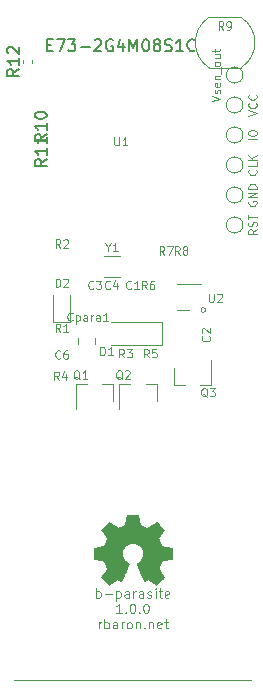
<source format=gbr>
G04 #@! TF.GenerationSoftware,KiCad,Pcbnew,(5.1.10)-1*
G04 #@! TF.CreationDate,2021-05-26T14:01:48+03:00*
G04 #@! TF.ProjectId,parasite,70617261-7369-4746-952e-6b696361645f,1.0.0*
G04 #@! TF.SameCoordinates,Original*
G04 #@! TF.FileFunction,Legend,Top*
G04 #@! TF.FilePolarity,Positive*
%FSLAX46Y46*%
G04 Gerber Fmt 4.6, Leading zero omitted, Abs format (unit mm)*
G04 Created by KiCad (PCBNEW (5.1.10)-1) date 2021-05-26 14:01:48*
%MOMM*%
%LPD*%
G01*
G04 APERTURE LIST*
%ADD10C,0.120000*%
%ADD11C,0.100000*%
%ADD12C,0.010000*%
%ADD13C,0.150000*%
G04 APERTURE END LIST*
D10*
X74200000Y-51700000D02*
G75*
G03*
X74200000Y-51700000I-200000J0D01*
G01*
D11*
X64914285Y-76061904D02*
X64914285Y-75261904D01*
X64914285Y-75566666D02*
X64990476Y-75528571D01*
X65142857Y-75528571D01*
X65219047Y-75566666D01*
X65257142Y-75604761D01*
X65295238Y-75680952D01*
X65295238Y-75909523D01*
X65257142Y-75985714D01*
X65219047Y-76023809D01*
X65142857Y-76061904D01*
X64990476Y-76061904D01*
X64914285Y-76023809D01*
X65638095Y-75757142D02*
X66247619Y-75757142D01*
X66628571Y-75528571D02*
X66628571Y-76328571D01*
X66628571Y-75566666D02*
X66704761Y-75528571D01*
X66857142Y-75528571D01*
X66933333Y-75566666D01*
X66971428Y-75604761D01*
X67009523Y-75680952D01*
X67009523Y-75909523D01*
X66971428Y-75985714D01*
X66933333Y-76023809D01*
X66857142Y-76061904D01*
X66704761Y-76061904D01*
X66628571Y-76023809D01*
X67695238Y-76061904D02*
X67695238Y-75642857D01*
X67657142Y-75566666D01*
X67580952Y-75528571D01*
X67428571Y-75528571D01*
X67352380Y-75566666D01*
X67695238Y-76023809D02*
X67619047Y-76061904D01*
X67428571Y-76061904D01*
X67352380Y-76023809D01*
X67314285Y-75947619D01*
X67314285Y-75871428D01*
X67352380Y-75795238D01*
X67428571Y-75757142D01*
X67619047Y-75757142D01*
X67695238Y-75719047D01*
X68076190Y-76061904D02*
X68076190Y-75528571D01*
X68076190Y-75680952D02*
X68114285Y-75604761D01*
X68152380Y-75566666D01*
X68228571Y-75528571D01*
X68304761Y-75528571D01*
X68914285Y-76061904D02*
X68914285Y-75642857D01*
X68876190Y-75566666D01*
X68800000Y-75528571D01*
X68647619Y-75528571D01*
X68571428Y-75566666D01*
X68914285Y-76023809D02*
X68838095Y-76061904D01*
X68647619Y-76061904D01*
X68571428Y-76023809D01*
X68533333Y-75947619D01*
X68533333Y-75871428D01*
X68571428Y-75795238D01*
X68647619Y-75757142D01*
X68838095Y-75757142D01*
X68914285Y-75719047D01*
X69257142Y-76023809D02*
X69333333Y-76061904D01*
X69485714Y-76061904D01*
X69561904Y-76023809D01*
X69600000Y-75947619D01*
X69600000Y-75909523D01*
X69561904Y-75833333D01*
X69485714Y-75795238D01*
X69371428Y-75795238D01*
X69295238Y-75757142D01*
X69257142Y-75680952D01*
X69257142Y-75642857D01*
X69295238Y-75566666D01*
X69371428Y-75528571D01*
X69485714Y-75528571D01*
X69561904Y-75566666D01*
X69942857Y-76061904D02*
X69942857Y-75528571D01*
X69942857Y-75261904D02*
X69904761Y-75300000D01*
X69942857Y-75338095D01*
X69980952Y-75300000D01*
X69942857Y-75261904D01*
X69942857Y-75338095D01*
X70209523Y-75528571D02*
X70514285Y-75528571D01*
X70323809Y-75261904D02*
X70323809Y-75947619D01*
X70361904Y-76023809D01*
X70438095Y-76061904D01*
X70514285Y-76061904D01*
X71085714Y-76023809D02*
X71009523Y-76061904D01*
X70857142Y-76061904D01*
X70780952Y-76023809D01*
X70742857Y-75947619D01*
X70742857Y-75642857D01*
X70780952Y-75566666D01*
X70857142Y-75528571D01*
X71009523Y-75528571D01*
X71085714Y-75566666D01*
X71123809Y-75642857D01*
X71123809Y-75719047D01*
X70742857Y-75795238D01*
X67085714Y-77361904D02*
X66628571Y-77361904D01*
X66857142Y-77361904D02*
X66857142Y-76561904D01*
X66780952Y-76676190D01*
X66704761Y-76752380D01*
X66628571Y-76790476D01*
X67428571Y-77285714D02*
X67466666Y-77323809D01*
X67428571Y-77361904D01*
X67390476Y-77323809D01*
X67428571Y-77285714D01*
X67428571Y-77361904D01*
X67961904Y-76561904D02*
X68038095Y-76561904D01*
X68114285Y-76600000D01*
X68152380Y-76638095D01*
X68190476Y-76714285D01*
X68228571Y-76866666D01*
X68228571Y-77057142D01*
X68190476Y-77209523D01*
X68152380Y-77285714D01*
X68114285Y-77323809D01*
X68038095Y-77361904D01*
X67961904Y-77361904D01*
X67885714Y-77323809D01*
X67847619Y-77285714D01*
X67809523Y-77209523D01*
X67771428Y-77057142D01*
X67771428Y-76866666D01*
X67809523Y-76714285D01*
X67847619Y-76638095D01*
X67885714Y-76600000D01*
X67961904Y-76561904D01*
X68571428Y-77285714D02*
X68609523Y-77323809D01*
X68571428Y-77361904D01*
X68533333Y-77323809D01*
X68571428Y-77285714D01*
X68571428Y-77361904D01*
X69104761Y-76561904D02*
X69180952Y-76561904D01*
X69257142Y-76600000D01*
X69295238Y-76638095D01*
X69333333Y-76714285D01*
X69371428Y-76866666D01*
X69371428Y-77057142D01*
X69333333Y-77209523D01*
X69295238Y-77285714D01*
X69257142Y-77323809D01*
X69180952Y-77361904D01*
X69104761Y-77361904D01*
X69028571Y-77323809D01*
X68990476Y-77285714D01*
X68952380Y-77209523D01*
X68914285Y-77057142D01*
X68914285Y-76866666D01*
X68952380Y-76714285D01*
X68990476Y-76638095D01*
X69028571Y-76600000D01*
X69104761Y-76561904D01*
X65123809Y-78661904D02*
X65123809Y-78128571D01*
X65123809Y-78280952D02*
X65161904Y-78204761D01*
X65200000Y-78166666D01*
X65276190Y-78128571D01*
X65352380Y-78128571D01*
X65619047Y-78661904D02*
X65619047Y-77861904D01*
X65619047Y-78166666D02*
X65695238Y-78128571D01*
X65847619Y-78128571D01*
X65923809Y-78166666D01*
X65961904Y-78204761D01*
X66000000Y-78280952D01*
X66000000Y-78509523D01*
X65961904Y-78585714D01*
X65923809Y-78623809D01*
X65847619Y-78661904D01*
X65695238Y-78661904D01*
X65619047Y-78623809D01*
X66685714Y-78661904D02*
X66685714Y-78242857D01*
X66647619Y-78166666D01*
X66571428Y-78128571D01*
X66419047Y-78128571D01*
X66342857Y-78166666D01*
X66685714Y-78623809D02*
X66609523Y-78661904D01*
X66419047Y-78661904D01*
X66342857Y-78623809D01*
X66304761Y-78547619D01*
X66304761Y-78471428D01*
X66342857Y-78395238D01*
X66419047Y-78357142D01*
X66609523Y-78357142D01*
X66685714Y-78319047D01*
X67066666Y-78661904D02*
X67066666Y-78128571D01*
X67066666Y-78280952D02*
X67104761Y-78204761D01*
X67142857Y-78166666D01*
X67219047Y-78128571D01*
X67295238Y-78128571D01*
X67676190Y-78661904D02*
X67600000Y-78623809D01*
X67561904Y-78585714D01*
X67523809Y-78509523D01*
X67523809Y-78280952D01*
X67561904Y-78204761D01*
X67600000Y-78166666D01*
X67676190Y-78128571D01*
X67790476Y-78128571D01*
X67866666Y-78166666D01*
X67904761Y-78204761D01*
X67942857Y-78280952D01*
X67942857Y-78509523D01*
X67904761Y-78585714D01*
X67866666Y-78623809D01*
X67790476Y-78661904D01*
X67676190Y-78661904D01*
X68285714Y-78128571D02*
X68285714Y-78661904D01*
X68285714Y-78204761D02*
X68323809Y-78166666D01*
X68400000Y-78128571D01*
X68514285Y-78128571D01*
X68590476Y-78166666D01*
X68628571Y-78242857D01*
X68628571Y-78661904D01*
X69009523Y-78585714D02*
X69047619Y-78623809D01*
X69009523Y-78661904D01*
X68971428Y-78623809D01*
X69009523Y-78585714D01*
X69009523Y-78661904D01*
X69390476Y-78128571D02*
X69390476Y-78661904D01*
X69390476Y-78204761D02*
X69428571Y-78166666D01*
X69504761Y-78128571D01*
X69619047Y-78128571D01*
X69695238Y-78166666D01*
X69733333Y-78242857D01*
X69733333Y-78661904D01*
X70419047Y-78623809D02*
X70342857Y-78661904D01*
X70190476Y-78661904D01*
X70114285Y-78623809D01*
X70076190Y-78547619D01*
X70076190Y-78242857D01*
X70114285Y-78166666D01*
X70190476Y-78128571D01*
X70342857Y-78128571D01*
X70419047Y-78166666D01*
X70457142Y-78242857D01*
X70457142Y-78319047D01*
X70076190Y-78395238D01*
X70685714Y-78128571D02*
X70990476Y-78128571D01*
X70800000Y-77861904D02*
X70800000Y-78547619D01*
X70838095Y-78623809D01*
X70914285Y-78661904D01*
X70990476Y-78661904D01*
D10*
X58000000Y-83000000D02*
X78000000Y-83000000D01*
X77150000Y-31200000D02*
X74500000Y-31200000D01*
X77150000Y-26900000D02*
X74500000Y-26900000D01*
X74471973Y-26917856D02*
G75*
G03*
X74500000Y-31200000I1378027J-2132144D01*
G01*
X77175476Y-31184388D02*
G75*
G03*
X77150000Y-26900000I-1325476J2134388D01*
G01*
X58720000Y-30813641D02*
X58720000Y-30506359D01*
X59480000Y-30813641D02*
X59480000Y-30506359D01*
D12*
G36*
X68555814Y-69468931D02*
G01*
X68639635Y-69913555D01*
X68948920Y-70041053D01*
X69258206Y-70168551D01*
X69629246Y-69916246D01*
X69733157Y-69845996D01*
X69827087Y-69783272D01*
X69906652Y-69730938D01*
X69967470Y-69691857D01*
X70005157Y-69668893D01*
X70015421Y-69663942D01*
X70033910Y-69676676D01*
X70073420Y-69711882D01*
X70129522Y-69765062D01*
X70197787Y-69831718D01*
X70273786Y-69907354D01*
X70353092Y-69987472D01*
X70431275Y-70067574D01*
X70503907Y-70143164D01*
X70566559Y-70209745D01*
X70614803Y-70262818D01*
X70644210Y-70297887D01*
X70651241Y-70309623D01*
X70641123Y-70331260D01*
X70612759Y-70378662D01*
X70569129Y-70447193D01*
X70513218Y-70532215D01*
X70448006Y-70629093D01*
X70410219Y-70684350D01*
X70341343Y-70785248D01*
X70280140Y-70876299D01*
X70229578Y-70952970D01*
X70192628Y-71010728D01*
X70172258Y-71045043D01*
X70169197Y-71052254D01*
X70176136Y-71072748D01*
X70195051Y-71120513D01*
X70223087Y-71188832D01*
X70257391Y-71270989D01*
X70295109Y-71360270D01*
X70333387Y-71449958D01*
X70369370Y-71533338D01*
X70400206Y-71603694D01*
X70423039Y-71654310D01*
X70435017Y-71678471D01*
X70435724Y-71679422D01*
X70454531Y-71684036D01*
X70504618Y-71694328D01*
X70580793Y-71709287D01*
X70677865Y-71727901D01*
X70790643Y-71749159D01*
X70856442Y-71761418D01*
X70976950Y-71784362D01*
X71085797Y-71806195D01*
X71177476Y-71825722D01*
X71246481Y-71841748D01*
X71287304Y-71853079D01*
X71295511Y-71856674D01*
X71303548Y-71881006D01*
X71310033Y-71935959D01*
X71314970Y-72015108D01*
X71318364Y-72112026D01*
X71320218Y-72220287D01*
X71320538Y-72333465D01*
X71319327Y-72445135D01*
X71316590Y-72548868D01*
X71312331Y-72638241D01*
X71306555Y-72706826D01*
X71299267Y-72748197D01*
X71294895Y-72756810D01*
X71268764Y-72767133D01*
X71213393Y-72781892D01*
X71136107Y-72799352D01*
X71044230Y-72817780D01*
X71012158Y-72823741D01*
X70857524Y-72852066D01*
X70735375Y-72874876D01*
X70641673Y-72893080D01*
X70572384Y-72907583D01*
X70523471Y-72919292D01*
X70490897Y-72929115D01*
X70470628Y-72937956D01*
X70458626Y-72946724D01*
X70456947Y-72948457D01*
X70440184Y-72976371D01*
X70414614Y-73030695D01*
X70382788Y-73104777D01*
X70347260Y-73191965D01*
X70310583Y-73285608D01*
X70275311Y-73379052D01*
X70243996Y-73465647D01*
X70219193Y-73538740D01*
X70203454Y-73591678D01*
X70199332Y-73617811D01*
X70199676Y-73618726D01*
X70213641Y-73640086D01*
X70245322Y-73687084D01*
X70291391Y-73754827D01*
X70348518Y-73838423D01*
X70413373Y-73932982D01*
X70431843Y-73959854D01*
X70497699Y-74057275D01*
X70555650Y-74146163D01*
X70602538Y-74221412D01*
X70635207Y-74277920D01*
X70650500Y-74310581D01*
X70651241Y-74314593D01*
X70638392Y-74335684D01*
X70602888Y-74377464D01*
X70549293Y-74435445D01*
X70482171Y-74505135D01*
X70406087Y-74582045D01*
X70325604Y-74661683D01*
X70245287Y-74739561D01*
X70169699Y-74811186D01*
X70103405Y-74872070D01*
X70050969Y-74917721D01*
X70016955Y-74943650D01*
X70007545Y-74947883D01*
X69985643Y-74937912D01*
X69940800Y-74911020D01*
X69880321Y-74871736D01*
X69833789Y-74840117D01*
X69749475Y-74782098D01*
X69649626Y-74713784D01*
X69549473Y-74645579D01*
X69495627Y-74609075D01*
X69313371Y-74485800D01*
X69160381Y-74568520D01*
X69090682Y-74604759D01*
X69031414Y-74632926D01*
X68991311Y-74648991D01*
X68981103Y-74651226D01*
X68968829Y-74634722D01*
X68944613Y-74588082D01*
X68910263Y-74515609D01*
X68867588Y-74421606D01*
X68818394Y-74310374D01*
X68764490Y-74186215D01*
X68707684Y-74053432D01*
X68649782Y-73916327D01*
X68592593Y-73779202D01*
X68537924Y-73646358D01*
X68487584Y-73522098D01*
X68443380Y-73410725D01*
X68407119Y-73316539D01*
X68380609Y-73243844D01*
X68365658Y-73196941D01*
X68363254Y-73180833D01*
X68382311Y-73160286D01*
X68424036Y-73126933D01*
X68479706Y-73087702D01*
X68484378Y-73084599D01*
X68628264Y-72969423D01*
X68744283Y-72835053D01*
X68831430Y-72685784D01*
X68888699Y-72525913D01*
X68915086Y-72359737D01*
X68909585Y-72191552D01*
X68871190Y-72025655D01*
X68798895Y-71866342D01*
X68777626Y-71831487D01*
X68666996Y-71690737D01*
X68536302Y-71577714D01*
X68390064Y-71493003D01*
X68232808Y-71437194D01*
X68069057Y-71410874D01*
X67903333Y-71414630D01*
X67740162Y-71449050D01*
X67584065Y-71514723D01*
X67439567Y-71612235D01*
X67394869Y-71651813D01*
X67281112Y-71775703D01*
X67198218Y-71906124D01*
X67141356Y-72052315D01*
X67109687Y-72197088D01*
X67101869Y-72359860D01*
X67127938Y-72523440D01*
X67185245Y-72682298D01*
X67271144Y-72830906D01*
X67382986Y-72963735D01*
X67518123Y-73075256D01*
X67535883Y-73087011D01*
X67592150Y-73125508D01*
X67634923Y-73158863D01*
X67655372Y-73180160D01*
X67655669Y-73180833D01*
X67651279Y-73203871D01*
X67633876Y-73256157D01*
X67605268Y-73333390D01*
X67567265Y-73431268D01*
X67521674Y-73545491D01*
X67470303Y-73671758D01*
X67414962Y-73805767D01*
X67357458Y-73943218D01*
X67299601Y-74079808D01*
X67243198Y-74211237D01*
X67190058Y-74333205D01*
X67141990Y-74441409D01*
X67100801Y-74531549D01*
X67068301Y-74599323D01*
X67046297Y-74640430D01*
X67037436Y-74651226D01*
X67010360Y-74642819D01*
X66959697Y-74620272D01*
X66894183Y-74587613D01*
X66858159Y-74568520D01*
X66705168Y-74485800D01*
X66522912Y-74609075D01*
X66429875Y-74672228D01*
X66328015Y-74741727D01*
X66232562Y-74807165D01*
X66184750Y-74840117D01*
X66117505Y-74885273D01*
X66060564Y-74921057D01*
X66021354Y-74942938D01*
X66008619Y-74947563D01*
X65990083Y-74935085D01*
X65949059Y-74900252D01*
X65889525Y-74846678D01*
X65815458Y-74777983D01*
X65730835Y-74697781D01*
X65677315Y-74646286D01*
X65583681Y-74554286D01*
X65502759Y-74471999D01*
X65437823Y-74402945D01*
X65392142Y-74350644D01*
X65368989Y-74318616D01*
X65366768Y-74312116D01*
X65377076Y-74287394D01*
X65405561Y-74237405D01*
X65449063Y-74167212D01*
X65504423Y-74081875D01*
X65568480Y-73986456D01*
X65586697Y-73959854D01*
X65653073Y-73863167D01*
X65712622Y-73776117D01*
X65762016Y-73703595D01*
X65797925Y-73650493D01*
X65817019Y-73621703D01*
X65818864Y-73618726D01*
X65816105Y-73595782D01*
X65801462Y-73545336D01*
X65777487Y-73474041D01*
X65746734Y-73388547D01*
X65711756Y-73295507D01*
X65675107Y-73201574D01*
X65639339Y-73113399D01*
X65607006Y-73037634D01*
X65580662Y-72980931D01*
X65562858Y-72949943D01*
X65561593Y-72948457D01*
X65550706Y-72939601D01*
X65532318Y-72930843D01*
X65502394Y-72921277D01*
X65456897Y-72909996D01*
X65391791Y-72896093D01*
X65303039Y-72878663D01*
X65186607Y-72856798D01*
X65038458Y-72829591D01*
X65006382Y-72823741D01*
X64911314Y-72805374D01*
X64828435Y-72787405D01*
X64765070Y-72771569D01*
X64728542Y-72759600D01*
X64723644Y-72756810D01*
X64715573Y-72732072D01*
X64709013Y-72676790D01*
X64703967Y-72597389D01*
X64700441Y-72500296D01*
X64698439Y-72391938D01*
X64697964Y-72278740D01*
X64699023Y-72167128D01*
X64701618Y-72063529D01*
X64705754Y-71974368D01*
X64711437Y-71906072D01*
X64718669Y-71865066D01*
X64723029Y-71856674D01*
X64747302Y-71848208D01*
X64802574Y-71834435D01*
X64883338Y-71816550D01*
X64984088Y-71795748D01*
X65099317Y-71773223D01*
X65162098Y-71761418D01*
X65281213Y-71739151D01*
X65387435Y-71718979D01*
X65475573Y-71701915D01*
X65540434Y-71688969D01*
X65576826Y-71681155D01*
X65582816Y-71679422D01*
X65592939Y-71659890D01*
X65614338Y-71612843D01*
X65644161Y-71545003D01*
X65679555Y-71463091D01*
X65717668Y-71373828D01*
X65755647Y-71283935D01*
X65790640Y-71200135D01*
X65819794Y-71129147D01*
X65840257Y-71077694D01*
X65849177Y-71052497D01*
X65849343Y-71051396D01*
X65839231Y-71031519D01*
X65810883Y-70985777D01*
X65767277Y-70918717D01*
X65711394Y-70834884D01*
X65646213Y-70738826D01*
X65608321Y-70683650D01*
X65539275Y-70582481D01*
X65477950Y-70490630D01*
X65427337Y-70412744D01*
X65390429Y-70353469D01*
X65370218Y-70317451D01*
X65367299Y-70309377D01*
X65379847Y-70290584D01*
X65414537Y-70250457D01*
X65466937Y-70193493D01*
X65532616Y-70124185D01*
X65607144Y-70047031D01*
X65686087Y-69966525D01*
X65765017Y-69887163D01*
X65839500Y-69813440D01*
X65905106Y-69749852D01*
X65957404Y-69700894D01*
X65991961Y-69671061D01*
X66003522Y-69663942D01*
X66022346Y-69673953D01*
X66067369Y-69702078D01*
X66134213Y-69745454D01*
X66218501Y-69801218D01*
X66315856Y-69866506D01*
X66389293Y-69916246D01*
X66760333Y-70168551D01*
X67378905Y-69913555D01*
X67462725Y-69468931D01*
X67546546Y-69024307D01*
X68471994Y-69024307D01*
X68555814Y-69468931D01*
G37*
X68555814Y-69468931D02*
X68639635Y-69913555D01*
X68948920Y-70041053D01*
X69258206Y-70168551D01*
X69629246Y-69916246D01*
X69733157Y-69845996D01*
X69827087Y-69783272D01*
X69906652Y-69730938D01*
X69967470Y-69691857D01*
X70005157Y-69668893D01*
X70015421Y-69663942D01*
X70033910Y-69676676D01*
X70073420Y-69711882D01*
X70129522Y-69765062D01*
X70197787Y-69831718D01*
X70273786Y-69907354D01*
X70353092Y-69987472D01*
X70431275Y-70067574D01*
X70503907Y-70143164D01*
X70566559Y-70209745D01*
X70614803Y-70262818D01*
X70644210Y-70297887D01*
X70651241Y-70309623D01*
X70641123Y-70331260D01*
X70612759Y-70378662D01*
X70569129Y-70447193D01*
X70513218Y-70532215D01*
X70448006Y-70629093D01*
X70410219Y-70684350D01*
X70341343Y-70785248D01*
X70280140Y-70876299D01*
X70229578Y-70952970D01*
X70192628Y-71010728D01*
X70172258Y-71045043D01*
X70169197Y-71052254D01*
X70176136Y-71072748D01*
X70195051Y-71120513D01*
X70223087Y-71188832D01*
X70257391Y-71270989D01*
X70295109Y-71360270D01*
X70333387Y-71449958D01*
X70369370Y-71533338D01*
X70400206Y-71603694D01*
X70423039Y-71654310D01*
X70435017Y-71678471D01*
X70435724Y-71679422D01*
X70454531Y-71684036D01*
X70504618Y-71694328D01*
X70580793Y-71709287D01*
X70677865Y-71727901D01*
X70790643Y-71749159D01*
X70856442Y-71761418D01*
X70976950Y-71784362D01*
X71085797Y-71806195D01*
X71177476Y-71825722D01*
X71246481Y-71841748D01*
X71287304Y-71853079D01*
X71295511Y-71856674D01*
X71303548Y-71881006D01*
X71310033Y-71935959D01*
X71314970Y-72015108D01*
X71318364Y-72112026D01*
X71320218Y-72220287D01*
X71320538Y-72333465D01*
X71319327Y-72445135D01*
X71316590Y-72548868D01*
X71312331Y-72638241D01*
X71306555Y-72706826D01*
X71299267Y-72748197D01*
X71294895Y-72756810D01*
X71268764Y-72767133D01*
X71213393Y-72781892D01*
X71136107Y-72799352D01*
X71044230Y-72817780D01*
X71012158Y-72823741D01*
X70857524Y-72852066D01*
X70735375Y-72874876D01*
X70641673Y-72893080D01*
X70572384Y-72907583D01*
X70523471Y-72919292D01*
X70490897Y-72929115D01*
X70470628Y-72937956D01*
X70458626Y-72946724D01*
X70456947Y-72948457D01*
X70440184Y-72976371D01*
X70414614Y-73030695D01*
X70382788Y-73104777D01*
X70347260Y-73191965D01*
X70310583Y-73285608D01*
X70275311Y-73379052D01*
X70243996Y-73465647D01*
X70219193Y-73538740D01*
X70203454Y-73591678D01*
X70199332Y-73617811D01*
X70199676Y-73618726D01*
X70213641Y-73640086D01*
X70245322Y-73687084D01*
X70291391Y-73754827D01*
X70348518Y-73838423D01*
X70413373Y-73932982D01*
X70431843Y-73959854D01*
X70497699Y-74057275D01*
X70555650Y-74146163D01*
X70602538Y-74221412D01*
X70635207Y-74277920D01*
X70650500Y-74310581D01*
X70651241Y-74314593D01*
X70638392Y-74335684D01*
X70602888Y-74377464D01*
X70549293Y-74435445D01*
X70482171Y-74505135D01*
X70406087Y-74582045D01*
X70325604Y-74661683D01*
X70245287Y-74739561D01*
X70169699Y-74811186D01*
X70103405Y-74872070D01*
X70050969Y-74917721D01*
X70016955Y-74943650D01*
X70007545Y-74947883D01*
X69985643Y-74937912D01*
X69940800Y-74911020D01*
X69880321Y-74871736D01*
X69833789Y-74840117D01*
X69749475Y-74782098D01*
X69649626Y-74713784D01*
X69549473Y-74645579D01*
X69495627Y-74609075D01*
X69313371Y-74485800D01*
X69160381Y-74568520D01*
X69090682Y-74604759D01*
X69031414Y-74632926D01*
X68991311Y-74648991D01*
X68981103Y-74651226D01*
X68968829Y-74634722D01*
X68944613Y-74588082D01*
X68910263Y-74515609D01*
X68867588Y-74421606D01*
X68818394Y-74310374D01*
X68764490Y-74186215D01*
X68707684Y-74053432D01*
X68649782Y-73916327D01*
X68592593Y-73779202D01*
X68537924Y-73646358D01*
X68487584Y-73522098D01*
X68443380Y-73410725D01*
X68407119Y-73316539D01*
X68380609Y-73243844D01*
X68365658Y-73196941D01*
X68363254Y-73180833D01*
X68382311Y-73160286D01*
X68424036Y-73126933D01*
X68479706Y-73087702D01*
X68484378Y-73084599D01*
X68628264Y-72969423D01*
X68744283Y-72835053D01*
X68831430Y-72685784D01*
X68888699Y-72525913D01*
X68915086Y-72359737D01*
X68909585Y-72191552D01*
X68871190Y-72025655D01*
X68798895Y-71866342D01*
X68777626Y-71831487D01*
X68666996Y-71690737D01*
X68536302Y-71577714D01*
X68390064Y-71493003D01*
X68232808Y-71437194D01*
X68069057Y-71410874D01*
X67903333Y-71414630D01*
X67740162Y-71449050D01*
X67584065Y-71514723D01*
X67439567Y-71612235D01*
X67394869Y-71651813D01*
X67281112Y-71775703D01*
X67198218Y-71906124D01*
X67141356Y-72052315D01*
X67109687Y-72197088D01*
X67101869Y-72359860D01*
X67127938Y-72523440D01*
X67185245Y-72682298D01*
X67271144Y-72830906D01*
X67382986Y-72963735D01*
X67518123Y-73075256D01*
X67535883Y-73087011D01*
X67592150Y-73125508D01*
X67634923Y-73158863D01*
X67655372Y-73180160D01*
X67655669Y-73180833D01*
X67651279Y-73203871D01*
X67633876Y-73256157D01*
X67605268Y-73333390D01*
X67567265Y-73431268D01*
X67521674Y-73545491D01*
X67470303Y-73671758D01*
X67414962Y-73805767D01*
X67357458Y-73943218D01*
X67299601Y-74079808D01*
X67243198Y-74211237D01*
X67190058Y-74333205D01*
X67141990Y-74441409D01*
X67100801Y-74531549D01*
X67068301Y-74599323D01*
X67046297Y-74640430D01*
X67037436Y-74651226D01*
X67010360Y-74642819D01*
X66959697Y-74620272D01*
X66894183Y-74587613D01*
X66858159Y-74568520D01*
X66705168Y-74485800D01*
X66522912Y-74609075D01*
X66429875Y-74672228D01*
X66328015Y-74741727D01*
X66232562Y-74807165D01*
X66184750Y-74840117D01*
X66117505Y-74885273D01*
X66060564Y-74921057D01*
X66021354Y-74942938D01*
X66008619Y-74947563D01*
X65990083Y-74935085D01*
X65949059Y-74900252D01*
X65889525Y-74846678D01*
X65815458Y-74777983D01*
X65730835Y-74697781D01*
X65677315Y-74646286D01*
X65583681Y-74554286D01*
X65502759Y-74471999D01*
X65437823Y-74402945D01*
X65392142Y-74350644D01*
X65368989Y-74318616D01*
X65366768Y-74312116D01*
X65377076Y-74287394D01*
X65405561Y-74237405D01*
X65449063Y-74167212D01*
X65504423Y-74081875D01*
X65568480Y-73986456D01*
X65586697Y-73959854D01*
X65653073Y-73863167D01*
X65712622Y-73776117D01*
X65762016Y-73703595D01*
X65797925Y-73650493D01*
X65817019Y-73621703D01*
X65818864Y-73618726D01*
X65816105Y-73595782D01*
X65801462Y-73545336D01*
X65777487Y-73474041D01*
X65746734Y-73388547D01*
X65711756Y-73295507D01*
X65675107Y-73201574D01*
X65639339Y-73113399D01*
X65607006Y-73037634D01*
X65580662Y-72980931D01*
X65562858Y-72949943D01*
X65561593Y-72948457D01*
X65550706Y-72939601D01*
X65532318Y-72930843D01*
X65502394Y-72921277D01*
X65456897Y-72909996D01*
X65391791Y-72896093D01*
X65303039Y-72878663D01*
X65186607Y-72856798D01*
X65038458Y-72829591D01*
X65006382Y-72823741D01*
X64911314Y-72805374D01*
X64828435Y-72787405D01*
X64765070Y-72771569D01*
X64728542Y-72759600D01*
X64723644Y-72756810D01*
X64715573Y-72732072D01*
X64709013Y-72676790D01*
X64703967Y-72597389D01*
X64700441Y-72500296D01*
X64698439Y-72391938D01*
X64697964Y-72278740D01*
X64699023Y-72167128D01*
X64701618Y-72063529D01*
X64705754Y-71974368D01*
X64711437Y-71906072D01*
X64718669Y-71865066D01*
X64723029Y-71856674D01*
X64747302Y-71848208D01*
X64802574Y-71834435D01*
X64883338Y-71816550D01*
X64984088Y-71795748D01*
X65099317Y-71773223D01*
X65162098Y-71761418D01*
X65281213Y-71739151D01*
X65387435Y-71718979D01*
X65475573Y-71701915D01*
X65540434Y-71688969D01*
X65576826Y-71681155D01*
X65582816Y-71679422D01*
X65592939Y-71659890D01*
X65614338Y-71612843D01*
X65644161Y-71545003D01*
X65679555Y-71463091D01*
X65717668Y-71373828D01*
X65755647Y-71283935D01*
X65790640Y-71200135D01*
X65819794Y-71129147D01*
X65840257Y-71077694D01*
X65849177Y-71052497D01*
X65849343Y-71051396D01*
X65839231Y-71031519D01*
X65810883Y-70985777D01*
X65767277Y-70918717D01*
X65711394Y-70834884D01*
X65646213Y-70738826D01*
X65608321Y-70683650D01*
X65539275Y-70582481D01*
X65477950Y-70490630D01*
X65427337Y-70412744D01*
X65390429Y-70353469D01*
X65370218Y-70317451D01*
X65367299Y-70309377D01*
X65379847Y-70290584D01*
X65414537Y-70250457D01*
X65466937Y-70193493D01*
X65532616Y-70124185D01*
X65607144Y-70047031D01*
X65686087Y-69966525D01*
X65765017Y-69887163D01*
X65839500Y-69813440D01*
X65905106Y-69749852D01*
X65957404Y-69700894D01*
X65991961Y-69671061D01*
X66003522Y-69663942D01*
X66022346Y-69673953D01*
X66067369Y-69702078D01*
X66134213Y-69745454D01*
X66218501Y-69801218D01*
X66315856Y-69866506D01*
X66389293Y-69916246D01*
X66760333Y-70168551D01*
X67378905Y-69913555D01*
X67462725Y-69468931D01*
X67546546Y-69024307D01*
X68471994Y-69024307D01*
X68555814Y-69468931D01*
D10*
X73800000Y-49490000D02*
X71800000Y-49490000D01*
X72800000Y-51710000D02*
X71800000Y-51710000D01*
X66925000Y-48875000D02*
X65575000Y-48875000D01*
X66925000Y-47125000D02*
X65575000Y-47125000D01*
X71520000Y-58060000D02*
X71520000Y-56600000D01*
X74680000Y-58060000D02*
X74680000Y-55900000D01*
X74680000Y-58060000D02*
X73750000Y-58060000D01*
X71520000Y-58060000D02*
X72450000Y-58060000D01*
X62735000Y-52697500D02*
X62735000Y-50412500D01*
X61265000Y-52697500D02*
X62735000Y-52697500D01*
X61265000Y-50412500D02*
X61265000Y-52697500D01*
X77340000Y-34340000D02*
G75*
G03*
X77340000Y-34340000I-700000J0D01*
G01*
X77340000Y-41960000D02*
G75*
G03*
X77340000Y-41960000I-700000J0D01*
G01*
X77340000Y-44500000D02*
G75*
G03*
X77340000Y-44500000I-700000J0D01*
G01*
X77340000Y-39420000D02*
G75*
G03*
X77340000Y-39420000I-700000J0D01*
G01*
X77340000Y-36880000D02*
G75*
G03*
X77340000Y-36880000I-700000J0D01*
G01*
X70030000Y-57940000D02*
X70030000Y-59400000D01*
X66870000Y-57940000D02*
X66870000Y-60100000D01*
X66870000Y-57940000D02*
X67800000Y-57940000D01*
X70030000Y-57940000D02*
X69100000Y-57940000D01*
X66380000Y-57940000D02*
X66380000Y-59400000D01*
X63220000Y-57940000D02*
X63220000Y-60100000D01*
X63220000Y-57940000D02*
X64150000Y-57940000D01*
X66380000Y-57940000D02*
X65450000Y-57940000D01*
X64810000Y-54558578D02*
X64810000Y-54041422D01*
X63390000Y-54558578D02*
X63390000Y-54041422D01*
X66200000Y-54700000D02*
X70500000Y-54700000D01*
X70500000Y-54700000D02*
X70500000Y-52700000D01*
X70500000Y-52700000D02*
X66200000Y-52700000D01*
X77340000Y-31800000D02*
G75*
G03*
X77340000Y-31800000I-700000J0D01*
G01*
X75683333Y-27966666D02*
X75450000Y-27633333D01*
X75283333Y-27966666D02*
X75283333Y-27266666D01*
X75550000Y-27266666D01*
X75616666Y-27300000D01*
X75650000Y-27333333D01*
X75683333Y-27400000D01*
X75683333Y-27500000D01*
X75650000Y-27566666D01*
X75616666Y-27600000D01*
X75550000Y-27633333D01*
X75283333Y-27633333D01*
X76016666Y-27966666D02*
X76150000Y-27966666D01*
X76216666Y-27933333D01*
X76250000Y-27900000D01*
X76316666Y-27800000D01*
X76350000Y-27666666D01*
X76350000Y-27400000D01*
X76316666Y-27333333D01*
X76283333Y-27300000D01*
X76216666Y-27266666D01*
X76083333Y-27266666D01*
X76016666Y-27300000D01*
X75983333Y-27333333D01*
X75950000Y-27400000D01*
X75950000Y-27566666D01*
X75983333Y-27633333D01*
X76016666Y-27666666D01*
X76083333Y-27700000D01*
X76216666Y-27700000D01*
X76283333Y-27666666D01*
X76316666Y-27633333D01*
X76350000Y-27566666D01*
D13*
X58382380Y-31302857D02*
X57906190Y-31636190D01*
X58382380Y-31874285D02*
X57382380Y-31874285D01*
X57382380Y-31493333D01*
X57430000Y-31398095D01*
X57477619Y-31350476D01*
X57572857Y-31302857D01*
X57715714Y-31302857D01*
X57810952Y-31350476D01*
X57858571Y-31398095D01*
X57906190Y-31493333D01*
X57906190Y-31874285D01*
X58382380Y-30350476D02*
X58382380Y-30921904D01*
X58382380Y-30636190D02*
X57382380Y-30636190D01*
X57525238Y-30731428D01*
X57620476Y-30826666D01*
X57668095Y-30921904D01*
X57477619Y-29969523D02*
X57430000Y-29921904D01*
X57382380Y-29826666D01*
X57382380Y-29588571D01*
X57430000Y-29493333D01*
X57477619Y-29445714D01*
X57572857Y-29398095D01*
X57668095Y-29398095D01*
X57810952Y-29445714D01*
X58382380Y-30017142D01*
X58382380Y-29398095D01*
X60722380Y-38927857D02*
X60246190Y-39261190D01*
X60722380Y-39499285D02*
X59722380Y-39499285D01*
X59722380Y-39118333D01*
X59770000Y-39023095D01*
X59817619Y-38975476D01*
X59912857Y-38927857D01*
X60055714Y-38927857D01*
X60150952Y-38975476D01*
X60198571Y-39023095D01*
X60246190Y-39118333D01*
X60246190Y-39499285D01*
X60722380Y-37975476D02*
X60722380Y-38546904D01*
X60722380Y-38261190D02*
X59722380Y-38261190D01*
X59865238Y-38356428D01*
X59960476Y-38451666D01*
X60008095Y-38546904D01*
X60722380Y-37023095D02*
X60722380Y-37594523D01*
X60722380Y-37308809D02*
X59722380Y-37308809D01*
X59865238Y-37404047D01*
X59960476Y-37499285D01*
X60008095Y-37594523D01*
X60722380Y-36827857D02*
X60246190Y-37161190D01*
X60722380Y-37399285D02*
X59722380Y-37399285D01*
X59722380Y-37018333D01*
X59770000Y-36923095D01*
X59817619Y-36875476D01*
X59912857Y-36827857D01*
X60055714Y-36827857D01*
X60150952Y-36875476D01*
X60198571Y-36923095D01*
X60246190Y-37018333D01*
X60246190Y-37399285D01*
X60722380Y-35875476D02*
X60722380Y-36446904D01*
X60722380Y-36161190D02*
X59722380Y-36161190D01*
X59865238Y-36256428D01*
X59960476Y-36351666D01*
X60008095Y-36446904D01*
X59722380Y-35256428D02*
X59722380Y-35161190D01*
X59770000Y-35065952D01*
X59817619Y-35018333D01*
X59912857Y-34970714D01*
X60103333Y-34923095D01*
X60341428Y-34923095D01*
X60531904Y-34970714D01*
X60627142Y-35018333D01*
X60674761Y-35065952D01*
X60722380Y-35161190D01*
X60722380Y-35256428D01*
X60674761Y-35351666D01*
X60627142Y-35399285D01*
X60531904Y-35446904D01*
X60341428Y-35494523D01*
X60103333Y-35494523D01*
X59912857Y-35446904D01*
X59817619Y-35399285D01*
X59770000Y-35351666D01*
X59722380Y-35256428D01*
D10*
X74466666Y-50316666D02*
X74466666Y-50883333D01*
X74500000Y-50950000D01*
X74533333Y-50983333D01*
X74600000Y-51016666D01*
X74733333Y-51016666D01*
X74800000Y-50983333D01*
X74833333Y-50950000D01*
X74866666Y-50883333D01*
X74866666Y-50316666D01*
X75166666Y-50383333D02*
X75200000Y-50350000D01*
X75266666Y-50316666D01*
X75433333Y-50316666D01*
X75500000Y-50350000D01*
X75533333Y-50383333D01*
X75566666Y-50450000D01*
X75566666Y-50516666D01*
X75533333Y-50616666D01*
X75133333Y-51016666D01*
X75566666Y-51016666D01*
X66466199Y-37069891D02*
X66466199Y-37636558D01*
X66499533Y-37703225D01*
X66532866Y-37736558D01*
X66599533Y-37769891D01*
X66732866Y-37769891D01*
X66799533Y-37736558D01*
X66832866Y-37703225D01*
X66866199Y-37636558D01*
X66866199Y-37069891D01*
X67566199Y-37769891D02*
X67166199Y-37769891D01*
X67366199Y-37769891D02*
X67366199Y-37069891D01*
X67299533Y-37169891D01*
X67232866Y-37236558D01*
X67166199Y-37269891D01*
D13*
X60785714Y-29253571D02*
X61119047Y-29253571D01*
X61261904Y-29777380D02*
X60785714Y-29777380D01*
X60785714Y-28777380D01*
X61261904Y-28777380D01*
X61595238Y-28777380D02*
X62261904Y-28777380D01*
X61833333Y-29777380D01*
X62547619Y-28777380D02*
X63166666Y-28777380D01*
X62833333Y-29158333D01*
X62976190Y-29158333D01*
X63071428Y-29205952D01*
X63119047Y-29253571D01*
X63166666Y-29348809D01*
X63166666Y-29586904D01*
X63119047Y-29682142D01*
X63071428Y-29729761D01*
X62976190Y-29777380D01*
X62690476Y-29777380D01*
X62595238Y-29729761D01*
X62547619Y-29682142D01*
X63595238Y-29396428D02*
X64357142Y-29396428D01*
X64785714Y-28872619D02*
X64833333Y-28825000D01*
X64928571Y-28777380D01*
X65166666Y-28777380D01*
X65261904Y-28825000D01*
X65309523Y-28872619D01*
X65357142Y-28967857D01*
X65357142Y-29063095D01*
X65309523Y-29205952D01*
X64738095Y-29777380D01*
X65357142Y-29777380D01*
X66309523Y-28825000D02*
X66214285Y-28777380D01*
X66071428Y-28777380D01*
X65928571Y-28825000D01*
X65833333Y-28920238D01*
X65785714Y-29015476D01*
X65738095Y-29205952D01*
X65738095Y-29348809D01*
X65785714Y-29539285D01*
X65833333Y-29634523D01*
X65928571Y-29729761D01*
X66071428Y-29777380D01*
X66166666Y-29777380D01*
X66309523Y-29729761D01*
X66357142Y-29682142D01*
X66357142Y-29348809D01*
X66166666Y-29348809D01*
X67214285Y-29110714D02*
X67214285Y-29777380D01*
X66976190Y-28729761D02*
X66738095Y-29444047D01*
X67357142Y-29444047D01*
X67738095Y-29777380D02*
X67738095Y-28777380D01*
X68071428Y-29491666D01*
X68404761Y-28777380D01*
X68404761Y-29777380D01*
X69071428Y-28777380D02*
X69166666Y-28777380D01*
X69261904Y-28825000D01*
X69309523Y-28872619D01*
X69357142Y-28967857D01*
X69404761Y-29158333D01*
X69404761Y-29396428D01*
X69357142Y-29586904D01*
X69309523Y-29682142D01*
X69261904Y-29729761D01*
X69166666Y-29777380D01*
X69071428Y-29777380D01*
X68976190Y-29729761D01*
X68928571Y-29682142D01*
X68880952Y-29586904D01*
X68833333Y-29396428D01*
X68833333Y-29158333D01*
X68880952Y-28967857D01*
X68928571Y-28872619D01*
X68976190Y-28825000D01*
X69071428Y-28777380D01*
X69976190Y-29205952D02*
X69880952Y-29158333D01*
X69833333Y-29110714D01*
X69785714Y-29015476D01*
X69785714Y-28967857D01*
X69833333Y-28872619D01*
X69880952Y-28825000D01*
X69976190Y-28777380D01*
X70166666Y-28777380D01*
X70261904Y-28825000D01*
X70309523Y-28872619D01*
X70357142Y-28967857D01*
X70357142Y-29015476D01*
X70309523Y-29110714D01*
X70261904Y-29158333D01*
X70166666Y-29205952D01*
X69976190Y-29205952D01*
X69880952Y-29253571D01*
X69833333Y-29301190D01*
X69785714Y-29396428D01*
X69785714Y-29586904D01*
X69833333Y-29682142D01*
X69880952Y-29729761D01*
X69976190Y-29777380D01*
X70166666Y-29777380D01*
X70261904Y-29729761D01*
X70309523Y-29682142D01*
X70357142Y-29586904D01*
X70357142Y-29396428D01*
X70309523Y-29301190D01*
X70261904Y-29253571D01*
X70166666Y-29205952D01*
X70738095Y-29729761D02*
X70880952Y-29777380D01*
X71119047Y-29777380D01*
X71214285Y-29729761D01*
X71261904Y-29682142D01*
X71309523Y-29586904D01*
X71309523Y-29491666D01*
X71261904Y-29396428D01*
X71214285Y-29348809D01*
X71119047Y-29301190D01*
X70928571Y-29253571D01*
X70833333Y-29205952D01*
X70785714Y-29158333D01*
X70738095Y-29063095D01*
X70738095Y-28967857D01*
X70785714Y-28872619D01*
X70833333Y-28825000D01*
X70928571Y-28777380D01*
X71166666Y-28777380D01*
X71309523Y-28825000D01*
X72261904Y-29777380D02*
X71690476Y-29777380D01*
X71976190Y-29777380D02*
X71976190Y-28777380D01*
X71880952Y-28920238D01*
X71785714Y-29015476D01*
X71690476Y-29063095D01*
X73261904Y-29682142D02*
X73214285Y-29729761D01*
X73071428Y-29777380D01*
X72976190Y-29777380D01*
X72833333Y-29729761D01*
X72738095Y-29634523D01*
X72690476Y-29539285D01*
X72642857Y-29348809D01*
X72642857Y-29205952D01*
X72690476Y-29015476D01*
X72738095Y-28920238D01*
X72833333Y-28825000D01*
X72976190Y-28777380D01*
X73071428Y-28777380D01*
X73214285Y-28825000D01*
X73261904Y-28872619D01*
D10*
X65916666Y-46383333D02*
X65916666Y-46716666D01*
X65683333Y-46016666D02*
X65916666Y-46383333D01*
X66150000Y-46016666D01*
X66750000Y-46716666D02*
X66350000Y-46716666D01*
X66550000Y-46716666D02*
X66550000Y-46016666D01*
X66483333Y-46116666D01*
X66416666Y-46183333D01*
X66350000Y-46216666D01*
X71983333Y-47016666D02*
X71750000Y-46683333D01*
X71583333Y-47016666D02*
X71583333Y-46316666D01*
X71850000Y-46316666D01*
X71916666Y-46350000D01*
X71950000Y-46383333D01*
X71983333Y-46450000D01*
X71983333Y-46550000D01*
X71950000Y-46616666D01*
X71916666Y-46650000D01*
X71850000Y-46683333D01*
X71583333Y-46683333D01*
X72383333Y-46616666D02*
X72316666Y-46583333D01*
X72283333Y-46550000D01*
X72250000Y-46483333D01*
X72250000Y-46450000D01*
X72283333Y-46383333D01*
X72316666Y-46350000D01*
X72383333Y-46316666D01*
X72516666Y-46316666D01*
X72583333Y-46350000D01*
X72616666Y-46383333D01*
X72650000Y-46450000D01*
X72650000Y-46483333D01*
X72616666Y-46550000D01*
X72583333Y-46583333D01*
X72516666Y-46616666D01*
X72383333Y-46616666D01*
X72316666Y-46650000D01*
X72283333Y-46683333D01*
X72250000Y-46750000D01*
X72250000Y-46883333D01*
X72283333Y-46950000D01*
X72316666Y-46983333D01*
X72383333Y-47016666D01*
X72516666Y-47016666D01*
X72583333Y-46983333D01*
X72616666Y-46950000D01*
X72650000Y-46883333D01*
X72650000Y-46750000D01*
X72616666Y-46683333D01*
X72583333Y-46650000D01*
X72516666Y-46616666D01*
X70683333Y-47016666D02*
X70450000Y-46683333D01*
X70283333Y-47016666D02*
X70283333Y-46316666D01*
X70550000Y-46316666D01*
X70616666Y-46350000D01*
X70650000Y-46383333D01*
X70683333Y-46450000D01*
X70683333Y-46550000D01*
X70650000Y-46616666D01*
X70616666Y-46650000D01*
X70550000Y-46683333D01*
X70283333Y-46683333D01*
X70916666Y-46316666D02*
X71383333Y-46316666D01*
X71083333Y-47016666D01*
X69183333Y-49946666D02*
X68950000Y-49613333D01*
X68783333Y-49946666D02*
X68783333Y-49246666D01*
X69050000Y-49246666D01*
X69116666Y-49280000D01*
X69150000Y-49313333D01*
X69183333Y-49380000D01*
X69183333Y-49480000D01*
X69150000Y-49546666D01*
X69116666Y-49580000D01*
X69050000Y-49613333D01*
X68783333Y-49613333D01*
X69783333Y-49246666D02*
X69650000Y-49246666D01*
X69583333Y-49280000D01*
X69550000Y-49313333D01*
X69483333Y-49413333D01*
X69450000Y-49546666D01*
X69450000Y-49813333D01*
X69483333Y-49880000D01*
X69516666Y-49913333D01*
X69583333Y-49946666D01*
X69716666Y-49946666D01*
X69783333Y-49913333D01*
X69816666Y-49880000D01*
X69850000Y-49813333D01*
X69850000Y-49646666D01*
X69816666Y-49580000D01*
X69783333Y-49546666D01*
X69716666Y-49513333D01*
X69583333Y-49513333D01*
X69516666Y-49546666D01*
X69483333Y-49580000D01*
X69450000Y-49646666D01*
X69383333Y-55716666D02*
X69150000Y-55383333D01*
X68983333Y-55716666D02*
X68983333Y-55016666D01*
X69250000Y-55016666D01*
X69316666Y-55050000D01*
X69350000Y-55083333D01*
X69383333Y-55150000D01*
X69383333Y-55250000D01*
X69350000Y-55316666D01*
X69316666Y-55350000D01*
X69250000Y-55383333D01*
X68983333Y-55383333D01*
X70016666Y-55016666D02*
X69683333Y-55016666D01*
X69650000Y-55350000D01*
X69683333Y-55316666D01*
X69750000Y-55283333D01*
X69916666Y-55283333D01*
X69983333Y-55316666D01*
X70016666Y-55350000D01*
X70050000Y-55416666D01*
X70050000Y-55583333D01*
X70016666Y-55650000D01*
X69983333Y-55683333D01*
X69916666Y-55716666D01*
X69750000Y-55716666D01*
X69683333Y-55683333D01*
X69650000Y-55650000D01*
X61783333Y-57616666D02*
X61550000Y-57283333D01*
X61383333Y-57616666D02*
X61383333Y-56916666D01*
X61650000Y-56916666D01*
X61716666Y-56950000D01*
X61750000Y-56983333D01*
X61783333Y-57050000D01*
X61783333Y-57150000D01*
X61750000Y-57216666D01*
X61716666Y-57250000D01*
X61650000Y-57283333D01*
X61383333Y-57283333D01*
X62383333Y-57150000D02*
X62383333Y-57616666D01*
X62216666Y-56883333D02*
X62050000Y-57383333D01*
X62483333Y-57383333D01*
X67283333Y-55716666D02*
X67050000Y-55383333D01*
X66883333Y-55716666D02*
X66883333Y-55016666D01*
X67150000Y-55016666D01*
X67216666Y-55050000D01*
X67250000Y-55083333D01*
X67283333Y-55150000D01*
X67283333Y-55250000D01*
X67250000Y-55316666D01*
X67216666Y-55350000D01*
X67150000Y-55383333D01*
X66883333Y-55383333D01*
X67516666Y-55016666D02*
X67950000Y-55016666D01*
X67716666Y-55283333D01*
X67816666Y-55283333D01*
X67883333Y-55316666D01*
X67916666Y-55350000D01*
X67950000Y-55416666D01*
X67950000Y-55583333D01*
X67916666Y-55650000D01*
X67883333Y-55683333D01*
X67816666Y-55716666D01*
X67616666Y-55716666D01*
X67550000Y-55683333D01*
X67516666Y-55650000D01*
X61883333Y-46416666D02*
X61650000Y-46083333D01*
X61483333Y-46416666D02*
X61483333Y-45716666D01*
X61750000Y-45716666D01*
X61816666Y-45750000D01*
X61850000Y-45783333D01*
X61883333Y-45850000D01*
X61883333Y-45950000D01*
X61850000Y-46016666D01*
X61816666Y-46050000D01*
X61750000Y-46083333D01*
X61483333Y-46083333D01*
X62150000Y-45783333D02*
X62183333Y-45750000D01*
X62250000Y-45716666D01*
X62416666Y-45716666D01*
X62483333Y-45750000D01*
X62516666Y-45783333D01*
X62550000Y-45850000D01*
X62550000Y-45916666D01*
X62516666Y-46016666D01*
X62116666Y-46416666D01*
X62550000Y-46416666D01*
X61883333Y-53546666D02*
X61650000Y-53213333D01*
X61483333Y-53546666D02*
X61483333Y-52846666D01*
X61750000Y-52846666D01*
X61816666Y-52880000D01*
X61850000Y-52913333D01*
X61883333Y-52980000D01*
X61883333Y-53080000D01*
X61850000Y-53146666D01*
X61816666Y-53180000D01*
X61750000Y-53213333D01*
X61483333Y-53213333D01*
X62550000Y-53546666D02*
X62150000Y-53546666D01*
X62350000Y-53546666D02*
X62350000Y-52846666D01*
X62283333Y-52946666D01*
X62216666Y-53013333D01*
X62150000Y-53046666D01*
X74333333Y-59083333D02*
X74266666Y-59050000D01*
X74200000Y-58983333D01*
X74100000Y-58883333D01*
X74033333Y-58850000D01*
X73966666Y-58850000D01*
X74000000Y-59016666D02*
X73933333Y-58983333D01*
X73866666Y-58916666D01*
X73833333Y-58783333D01*
X73833333Y-58550000D01*
X73866666Y-58416666D01*
X73933333Y-58350000D01*
X74000000Y-58316666D01*
X74133333Y-58316666D01*
X74200000Y-58350000D01*
X74266666Y-58416666D01*
X74300000Y-58550000D01*
X74300000Y-58783333D01*
X74266666Y-58916666D01*
X74200000Y-58983333D01*
X74133333Y-59016666D01*
X74000000Y-59016666D01*
X74533333Y-58316666D02*
X74966666Y-58316666D01*
X74733333Y-58583333D01*
X74833333Y-58583333D01*
X74900000Y-58616666D01*
X74933333Y-58650000D01*
X74966666Y-58716666D01*
X74966666Y-58883333D01*
X74933333Y-58950000D01*
X74900000Y-58983333D01*
X74833333Y-59016666D01*
X74633333Y-59016666D01*
X74566666Y-58983333D01*
X74533333Y-58950000D01*
X61483333Y-49741666D02*
X61483333Y-49041666D01*
X61650000Y-49041666D01*
X61750000Y-49075000D01*
X61816666Y-49141666D01*
X61850000Y-49208333D01*
X61883333Y-49341666D01*
X61883333Y-49441666D01*
X61850000Y-49575000D01*
X61816666Y-49641666D01*
X61750000Y-49708333D01*
X61650000Y-49741666D01*
X61483333Y-49741666D01*
X62150000Y-49108333D02*
X62183333Y-49075000D01*
X62250000Y-49041666D01*
X62416666Y-49041666D01*
X62483333Y-49075000D01*
X62516666Y-49108333D01*
X62550000Y-49175000D01*
X62550000Y-49241666D01*
X62516666Y-49341666D01*
X62116666Y-49741666D01*
X62550000Y-49741666D01*
X61883333Y-55750000D02*
X61850000Y-55783333D01*
X61750000Y-55816666D01*
X61683333Y-55816666D01*
X61583333Y-55783333D01*
X61516666Y-55716666D01*
X61483333Y-55650000D01*
X61450000Y-55516666D01*
X61450000Y-55416666D01*
X61483333Y-55283333D01*
X61516666Y-55216666D01*
X61583333Y-55150000D01*
X61683333Y-55116666D01*
X61750000Y-55116666D01*
X61850000Y-55150000D01*
X61883333Y-55183333D01*
X62483333Y-55116666D02*
X62350000Y-55116666D01*
X62283333Y-55150000D01*
X62250000Y-55183333D01*
X62183333Y-55283333D01*
X62150000Y-55416666D01*
X62150000Y-55683333D01*
X62183333Y-55750000D01*
X62216666Y-55783333D01*
X62283333Y-55816666D01*
X62416666Y-55816666D01*
X62483333Y-55783333D01*
X62516666Y-55750000D01*
X62550000Y-55683333D01*
X62550000Y-55516666D01*
X62516666Y-55450000D01*
X62483333Y-55416666D01*
X62416666Y-55383333D01*
X62283333Y-55383333D01*
X62216666Y-55416666D01*
X62183333Y-55450000D01*
X62150000Y-55516666D01*
X66083333Y-49850000D02*
X66050000Y-49883333D01*
X65950000Y-49916666D01*
X65883333Y-49916666D01*
X65783333Y-49883333D01*
X65716666Y-49816666D01*
X65683333Y-49750000D01*
X65650000Y-49616666D01*
X65650000Y-49516666D01*
X65683333Y-49383333D01*
X65716666Y-49316666D01*
X65783333Y-49250000D01*
X65883333Y-49216666D01*
X65950000Y-49216666D01*
X66050000Y-49250000D01*
X66083333Y-49283333D01*
X66683333Y-49450000D02*
X66683333Y-49916666D01*
X66516666Y-49183333D02*
X66350000Y-49683333D01*
X66783333Y-49683333D01*
X64683333Y-49850000D02*
X64650000Y-49883333D01*
X64550000Y-49916666D01*
X64483333Y-49916666D01*
X64383333Y-49883333D01*
X64316666Y-49816666D01*
X64283333Y-49750000D01*
X64250000Y-49616666D01*
X64250000Y-49516666D01*
X64283333Y-49383333D01*
X64316666Y-49316666D01*
X64383333Y-49250000D01*
X64483333Y-49216666D01*
X64550000Y-49216666D01*
X64650000Y-49250000D01*
X64683333Y-49283333D01*
X64916666Y-49216666D02*
X65350000Y-49216666D01*
X65116666Y-49483333D01*
X65216666Y-49483333D01*
X65283333Y-49516666D01*
X65316666Y-49550000D01*
X65350000Y-49616666D01*
X65350000Y-49783333D01*
X65316666Y-49850000D01*
X65283333Y-49883333D01*
X65216666Y-49916666D01*
X65016666Y-49916666D01*
X64950000Y-49883333D01*
X64916666Y-49850000D01*
X74480000Y-53916666D02*
X74513333Y-53950000D01*
X74546666Y-54050000D01*
X74546666Y-54116666D01*
X74513333Y-54216666D01*
X74446666Y-54283333D01*
X74380000Y-54316666D01*
X74246666Y-54350000D01*
X74146666Y-54350000D01*
X74013333Y-54316666D01*
X73946666Y-54283333D01*
X73880000Y-54216666D01*
X73846666Y-54116666D01*
X73846666Y-54050000D01*
X73880000Y-53950000D01*
X73913333Y-53916666D01*
X73913333Y-53650000D02*
X73880000Y-53616666D01*
X73846666Y-53550000D01*
X73846666Y-53383333D01*
X73880000Y-53316666D01*
X73913333Y-53283333D01*
X73980000Y-53250000D01*
X74046666Y-53250000D01*
X74146666Y-53283333D01*
X74546666Y-53683333D01*
X74546666Y-53250000D01*
X67883333Y-49850000D02*
X67850000Y-49883333D01*
X67750000Y-49916666D01*
X67683333Y-49916666D01*
X67583333Y-49883333D01*
X67516666Y-49816666D01*
X67483333Y-49750000D01*
X67450000Y-49616666D01*
X67450000Y-49516666D01*
X67483333Y-49383333D01*
X67516666Y-49316666D01*
X67583333Y-49250000D01*
X67683333Y-49216666D01*
X67750000Y-49216666D01*
X67850000Y-49250000D01*
X67883333Y-49283333D01*
X68550000Y-49916666D02*
X68150000Y-49916666D01*
X68350000Y-49916666D02*
X68350000Y-49216666D01*
X68283333Y-49316666D01*
X68216666Y-49383333D01*
X68150000Y-49416666D01*
X77806666Y-35273333D02*
X78506666Y-35040000D01*
X77806666Y-34806666D01*
X78440000Y-34173333D02*
X78473333Y-34206666D01*
X78506666Y-34306666D01*
X78506666Y-34373333D01*
X78473333Y-34473333D01*
X78406666Y-34540000D01*
X78340000Y-34573333D01*
X78206666Y-34606666D01*
X78106666Y-34606666D01*
X77973333Y-34573333D01*
X77906666Y-34540000D01*
X77840000Y-34473333D01*
X77806666Y-34373333D01*
X77806666Y-34306666D01*
X77840000Y-34206666D01*
X77873333Y-34173333D01*
X78440000Y-33473333D02*
X78473333Y-33506666D01*
X78506666Y-33606666D01*
X78506666Y-33673333D01*
X78473333Y-33773333D01*
X78406666Y-33840000D01*
X78340000Y-33873333D01*
X78206666Y-33906666D01*
X78106666Y-33906666D01*
X77973333Y-33873333D01*
X77906666Y-33840000D01*
X77840000Y-33773333D01*
X77806666Y-33673333D01*
X77806666Y-33606666D01*
X77840000Y-33506666D01*
X77873333Y-33473333D01*
X77840000Y-42493333D02*
X77806666Y-42560000D01*
X77806666Y-42660000D01*
X77840000Y-42760000D01*
X77906666Y-42826666D01*
X77973333Y-42860000D01*
X78106666Y-42893333D01*
X78206666Y-42893333D01*
X78340000Y-42860000D01*
X78406666Y-42826666D01*
X78473333Y-42760000D01*
X78506666Y-42660000D01*
X78506666Y-42593333D01*
X78473333Y-42493333D01*
X78440000Y-42460000D01*
X78206666Y-42460000D01*
X78206666Y-42593333D01*
X78506666Y-42160000D02*
X77806666Y-42160000D01*
X78506666Y-41760000D01*
X77806666Y-41760000D01*
X78506666Y-41426666D02*
X77806666Y-41426666D01*
X77806666Y-41260000D01*
X77840000Y-41160000D01*
X77906666Y-41093333D01*
X77973333Y-41060000D01*
X78106666Y-41026666D01*
X78206666Y-41026666D01*
X78340000Y-41060000D01*
X78406666Y-41093333D01*
X78473333Y-41160000D01*
X78506666Y-41260000D01*
X78506666Y-41426666D01*
X78506666Y-44883333D02*
X78173333Y-45116666D01*
X78506666Y-45283333D02*
X77806666Y-45283333D01*
X77806666Y-45016666D01*
X77840000Y-44950000D01*
X77873333Y-44916666D01*
X77940000Y-44883333D01*
X78040000Y-44883333D01*
X78106666Y-44916666D01*
X78140000Y-44950000D01*
X78173333Y-45016666D01*
X78173333Y-45283333D01*
X78473333Y-44616666D02*
X78506666Y-44516666D01*
X78506666Y-44350000D01*
X78473333Y-44283333D01*
X78440000Y-44250000D01*
X78373333Y-44216666D01*
X78306666Y-44216666D01*
X78240000Y-44250000D01*
X78206666Y-44283333D01*
X78173333Y-44350000D01*
X78140000Y-44483333D01*
X78106666Y-44550000D01*
X78073333Y-44583333D01*
X78006666Y-44616666D01*
X77940000Y-44616666D01*
X77873333Y-44583333D01*
X77840000Y-44550000D01*
X77806666Y-44483333D01*
X77806666Y-44316666D01*
X77840000Y-44216666D01*
X77806666Y-44016666D02*
X77806666Y-43616666D01*
X78506666Y-43816666D02*
X77806666Y-43816666D01*
X78440000Y-39836666D02*
X78473333Y-39870000D01*
X78506666Y-39970000D01*
X78506666Y-40036666D01*
X78473333Y-40136666D01*
X78406666Y-40203333D01*
X78340000Y-40236666D01*
X78206666Y-40270000D01*
X78106666Y-40270000D01*
X77973333Y-40236666D01*
X77906666Y-40203333D01*
X77840000Y-40136666D01*
X77806666Y-40036666D01*
X77806666Y-39970000D01*
X77840000Y-39870000D01*
X77873333Y-39836666D01*
X78506666Y-39203333D02*
X78506666Y-39536666D01*
X77806666Y-39536666D01*
X78506666Y-38970000D02*
X77806666Y-38970000D01*
X78506666Y-38570000D02*
X78106666Y-38870000D01*
X77806666Y-38570000D02*
X78206666Y-38970000D01*
X78506666Y-37246666D02*
X77806666Y-37246666D01*
X77806666Y-36780000D02*
X77806666Y-36646666D01*
X77840000Y-36580000D01*
X77906666Y-36513333D01*
X78040000Y-36480000D01*
X78273333Y-36480000D01*
X78406666Y-36513333D01*
X78473333Y-36580000D01*
X78506666Y-36646666D01*
X78506666Y-36780000D01*
X78473333Y-36846666D01*
X78406666Y-36913333D01*
X78273333Y-36946666D01*
X78040000Y-36946666D01*
X77906666Y-36913333D01*
X77840000Y-36846666D01*
X77806666Y-36780000D01*
X67133333Y-57583333D02*
X67066666Y-57550000D01*
X67000000Y-57483333D01*
X66900000Y-57383333D01*
X66833333Y-57350000D01*
X66766666Y-57350000D01*
X66800000Y-57516666D02*
X66733333Y-57483333D01*
X66666666Y-57416666D01*
X66633333Y-57283333D01*
X66633333Y-57050000D01*
X66666666Y-56916666D01*
X66733333Y-56850000D01*
X66800000Y-56816666D01*
X66933333Y-56816666D01*
X67000000Y-56850000D01*
X67066666Y-56916666D01*
X67100000Y-57050000D01*
X67100000Y-57283333D01*
X67066666Y-57416666D01*
X67000000Y-57483333D01*
X66933333Y-57516666D01*
X66800000Y-57516666D01*
X67366666Y-56883333D02*
X67400000Y-56850000D01*
X67466666Y-56816666D01*
X67633333Y-56816666D01*
X67700000Y-56850000D01*
X67733333Y-56883333D01*
X67766666Y-56950000D01*
X67766666Y-57016666D01*
X67733333Y-57116666D01*
X67333333Y-57516666D01*
X67766666Y-57516666D01*
X63533333Y-57583333D02*
X63466666Y-57550000D01*
X63400000Y-57483333D01*
X63300000Y-57383333D01*
X63233333Y-57350000D01*
X63166666Y-57350000D01*
X63200000Y-57516666D02*
X63133333Y-57483333D01*
X63066666Y-57416666D01*
X63033333Y-57283333D01*
X63033333Y-57050000D01*
X63066666Y-56916666D01*
X63133333Y-56850000D01*
X63200000Y-56816666D01*
X63333333Y-56816666D01*
X63400000Y-56850000D01*
X63466666Y-56916666D01*
X63500000Y-57050000D01*
X63500000Y-57283333D01*
X63466666Y-57416666D01*
X63400000Y-57483333D01*
X63333333Y-57516666D01*
X63200000Y-57516666D01*
X64166666Y-57516666D02*
X63766666Y-57516666D01*
X63966666Y-57516666D02*
X63966666Y-56816666D01*
X63900000Y-56916666D01*
X63833333Y-56983333D01*
X63766666Y-57016666D01*
X62916666Y-52550000D02*
X62883333Y-52583333D01*
X62783333Y-52616666D01*
X62716666Y-52616666D01*
X62616666Y-52583333D01*
X62550000Y-52516666D01*
X62516666Y-52450000D01*
X62483333Y-52316666D01*
X62483333Y-52216666D01*
X62516666Y-52083333D01*
X62550000Y-52016666D01*
X62616666Y-51950000D01*
X62716666Y-51916666D01*
X62783333Y-51916666D01*
X62883333Y-51950000D01*
X62916666Y-51983333D01*
X63216666Y-52150000D02*
X63216666Y-52850000D01*
X63216666Y-52183333D02*
X63283333Y-52150000D01*
X63416666Y-52150000D01*
X63483333Y-52183333D01*
X63516666Y-52216666D01*
X63550000Y-52283333D01*
X63550000Y-52483333D01*
X63516666Y-52550000D01*
X63483333Y-52583333D01*
X63416666Y-52616666D01*
X63283333Y-52616666D01*
X63216666Y-52583333D01*
X64150000Y-52616666D02*
X64150000Y-52250000D01*
X64116666Y-52183333D01*
X64050000Y-52150000D01*
X63916666Y-52150000D01*
X63850000Y-52183333D01*
X64150000Y-52583333D02*
X64083333Y-52616666D01*
X63916666Y-52616666D01*
X63850000Y-52583333D01*
X63816666Y-52516666D01*
X63816666Y-52450000D01*
X63850000Y-52383333D01*
X63916666Y-52350000D01*
X64083333Y-52350000D01*
X64150000Y-52316666D01*
X64483333Y-52616666D02*
X64483333Y-52150000D01*
X64483333Y-52283333D02*
X64516666Y-52216666D01*
X64550000Y-52183333D01*
X64616666Y-52150000D01*
X64683333Y-52150000D01*
X65216666Y-52616666D02*
X65216666Y-52250000D01*
X65183333Y-52183333D01*
X65116666Y-52150000D01*
X64983333Y-52150000D01*
X64916666Y-52183333D01*
X65216666Y-52583333D02*
X65150000Y-52616666D01*
X64983333Y-52616666D01*
X64916666Y-52583333D01*
X64883333Y-52516666D01*
X64883333Y-52450000D01*
X64916666Y-52383333D01*
X64983333Y-52350000D01*
X65150000Y-52350000D01*
X65216666Y-52316666D01*
X65916666Y-52616666D02*
X65516666Y-52616666D01*
X65716666Y-52616666D02*
X65716666Y-51916666D01*
X65650000Y-52016666D01*
X65583333Y-52083333D01*
X65516666Y-52116666D01*
X65283333Y-55516666D02*
X65283333Y-54816666D01*
X65450000Y-54816666D01*
X65550000Y-54850000D01*
X65616666Y-54916666D01*
X65650000Y-54983333D01*
X65683333Y-55116666D01*
X65683333Y-55216666D01*
X65650000Y-55350000D01*
X65616666Y-55416666D01*
X65550000Y-55483333D01*
X65450000Y-55516666D01*
X65283333Y-55516666D01*
X66350000Y-55516666D02*
X65950000Y-55516666D01*
X66150000Y-55516666D02*
X66150000Y-54816666D01*
X66083333Y-54916666D01*
X66016666Y-54983333D01*
X65950000Y-55016666D01*
X74716666Y-34033333D02*
X75416666Y-33800000D01*
X74716666Y-33566666D01*
X75383333Y-33366666D02*
X75416666Y-33300000D01*
X75416666Y-33166666D01*
X75383333Y-33100000D01*
X75316666Y-33066666D01*
X75283333Y-33066666D01*
X75216666Y-33100000D01*
X75183333Y-33166666D01*
X75183333Y-33266666D01*
X75150000Y-33333333D01*
X75083333Y-33366666D01*
X75050000Y-33366666D01*
X74983333Y-33333333D01*
X74950000Y-33266666D01*
X74950000Y-33166666D01*
X74983333Y-33100000D01*
X75383333Y-32500000D02*
X75416666Y-32566666D01*
X75416666Y-32700000D01*
X75383333Y-32766666D01*
X75316666Y-32800000D01*
X75050000Y-32800000D01*
X74983333Y-32766666D01*
X74950000Y-32700000D01*
X74950000Y-32566666D01*
X74983333Y-32500000D01*
X75050000Y-32466666D01*
X75116666Y-32466666D01*
X75183333Y-32800000D01*
X74950000Y-32166666D02*
X75416666Y-32166666D01*
X75016666Y-32166666D02*
X74983333Y-32133333D01*
X74950000Y-32066666D01*
X74950000Y-31966666D01*
X74983333Y-31900000D01*
X75050000Y-31866666D01*
X75416666Y-31866666D01*
X75483333Y-31700000D02*
X75483333Y-31166666D01*
X75416666Y-30900000D02*
X75383333Y-30966666D01*
X75350000Y-31000000D01*
X75283333Y-31033333D01*
X75083333Y-31033333D01*
X75016666Y-31000000D01*
X74983333Y-30966666D01*
X74950000Y-30900000D01*
X74950000Y-30800000D01*
X74983333Y-30733333D01*
X75016666Y-30700000D01*
X75083333Y-30666666D01*
X75283333Y-30666666D01*
X75350000Y-30700000D01*
X75383333Y-30733333D01*
X75416666Y-30800000D01*
X75416666Y-30900000D01*
X74950000Y-30066666D02*
X75416666Y-30066666D01*
X74950000Y-30366666D02*
X75316666Y-30366666D01*
X75383333Y-30333333D01*
X75416666Y-30266666D01*
X75416666Y-30166666D01*
X75383333Y-30100000D01*
X75350000Y-30066666D01*
X74950000Y-29833333D02*
X74950000Y-29566666D01*
X74716666Y-29733333D02*
X75316666Y-29733333D01*
X75383333Y-29700000D01*
X75416666Y-29633333D01*
X75416666Y-29566666D01*
M02*

</source>
